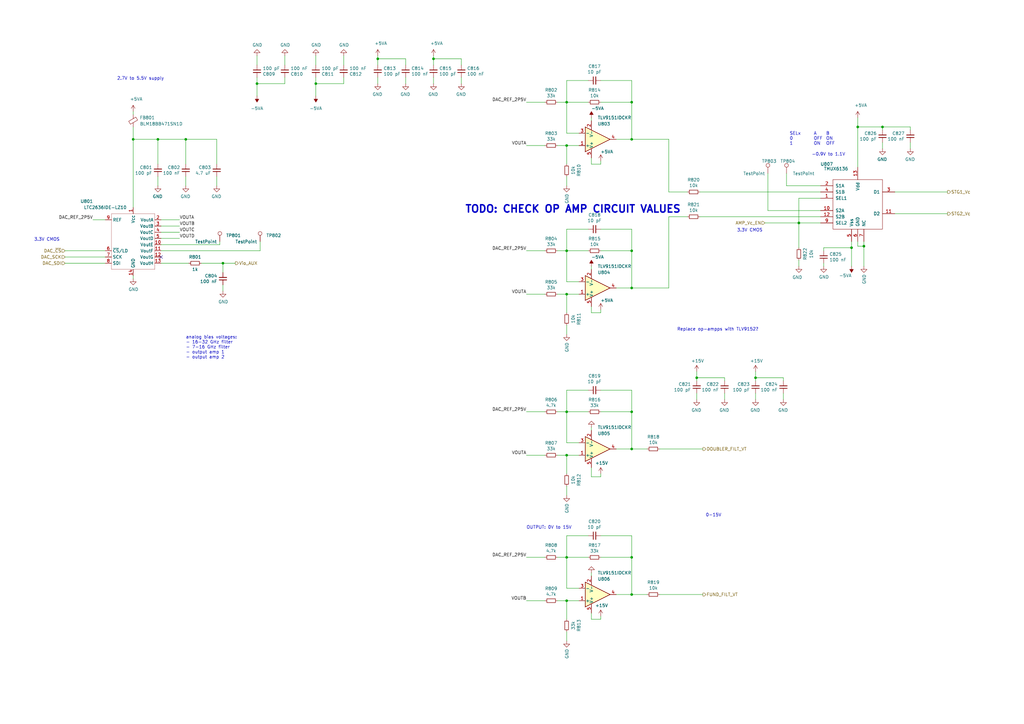
<source format=kicad_sch>
(kicad_sch (version 20211123) (generator eeschema)
  (paper "A3")
  (lib_symbols
    (symbol "Amplifier_Operational:TLV9001IDCK" (pin_names (offset 0.127))
      (property "Reference" "U" (at 7.62 2.54 0))
      (property "Value" "TLV9001IDCK" (at 11.43 -2.54 0))
      (symbol "TLV9001IDCK_0_1"
        (polyline (pts (xy -2.54 5.08) (xy -2.54 -5.08) (xy 7.62 0) (xy -2.54 5.08)) (stroke (width 0.254)) (fill (type background)))
      )
      (symbol "TLV9001IDCK_1_1"
        (pin input line (at -5.08 2.54 0) (length 2.54) (name "+") (number "1"))
        (pin power_in line (at 0 -7.62 90) (length 3.81) (name "V-") (number "2"))
        (pin input line (at -5.08 -2.54 0) (length 2.54) (name "-") (number "3"))
        (pin output line (at 10.16 0 180) (length 2.54) (name "~") (number "4"))
        (pin power_in line (at 0 7.62 270) (length 3.81) (name "V+") (number "5"))
      )
    )
    (symbol "Connector:TestPoint" (pin_numbers hide) (pin_names (offset 0.762) hide)
      (property "Reference" "TP" (at 0 6.858 0))
      (property "Value" "TestPoint" (at 0 5.08 0))
      (symbol "TestPoint_0_1"
        (circle (center 0 3.302) (radius 0.762))
      )
      (symbol "TestPoint_1_1"
        (pin passive line (at 0 0 90) (length 2.54) (name "1") (number "1"))
      )
    )
    (symbol "Device:C_Small" (pin_numbers hide) (pin_names (offset 0.254) hide)
      (property "Reference" "C" (at 0.254 1.778 0))
      (property "Value" "C_Small" (at 0.254 -2.032 0))
      (symbol "C_Small_0_1"
        (polyline (pts (xy -1.524 -0.508) (xy 1.524 -0.508)) (stroke (width 0.3302)))
        (polyline (pts (xy -1.524 0.508) (xy 1.524 0.508)) (stroke (width 0.3048)))
      )
      (symbol "C_Small_1_1"
        (pin passive line (at 0 2.54 270) (length 2.032) (name "~") (number "1"))
        (pin passive line (at 0 -2.54 90) (length 2.032) (name "~") (number "2"))
      )
    )
    (symbol "Device:FerriteBead_Small" (pin_numbers hide) (pin_names (offset 0))
      (property "Reference" "FB" (at 1.905 1.27 0))
      (property "Value" "FerriteBead_Small" (at 1.905 -1.27 0))
      (symbol "FerriteBead_Small_0_1"
        (polyline (pts (xy 0 -1.27) (xy 0 -0.7874)))
        (polyline (pts (xy 0 0.889) (xy 0 1.2954)))
        (polyline (pts (xy -1.8288 0.2794) (xy -1.1176 1.4986) (xy 1.8288 -0.2032) (xy 1.1176 -1.4224) (xy -1.8288 0.2794)))
      )
      (symbol "FerriteBead_Small_1_1"
        (pin passive line (at 0 2.54 270) (length 1.27) (name "~") (number "1"))
        (pin passive line (at 0 -2.54 90) (length 1.27) (name "~") (number "2"))
      )
    )
    (symbol "Device:R_Small" (pin_numbers hide) (pin_names (offset 0.254) hide)
      (property "Reference" "R" (at 0.762 0.508 0))
      (property "Value" "R_Small" (at 0.762 -1.016 0))
      (symbol "R_Small_0_1"
        (rectangle (start -0.762 1.778) (end 0.762 -1.778) (stroke (width 0.2032)))
      )
      (symbol "R_Small_1_1"
        (pin passive line (at 0 2.54 270) (length 0.762) (name "~") (number "1"))
        (pin passive line (at 0 -2.54 90) (length 0.762) (name "~") (number "2"))
      )
    )
    (symbol "jtk_rf:LTC2636IDE-LZ10"
      (property "Reference" "U" (at -15.24 13.97 0))
      (property "Value" "LTC2636IDE-LZ10" (at -10.16 16.51 0))
      (symbol "LTC2636IDE-LZ10_0_1"
        (rectangle (start -8.89 11.43) (end 8.89 -11.43) (stroke (width 0.0006)))
      )
      (symbol "LTC2636IDE-LZ10_1_1"
        (pin power_in line (at 0 13.97 270) (length 2.54) (name "Vcc") (number "1"))
        (pin output line (at 11.43 -1.27 180) (length 2.54) (name "VoutE") (number "10"))
        (pin output line (at 11.43 -3.81 180) (length 2.54) (name "VoutF") (number "11"))
        (pin output line (at 11.43 -6.35 180) (length 2.54) (name "VoutG") (number "12"))
        (pin output line (at 11.43 -8.89 180) (length 2.54) (name "VoutH") (number "13"))
        (pin power_in line (at 0 -13.97 90) (length 2.54) (name "GND") (number "14"))
        (pin passive line (at 0 -13.97 90) (length 2.54) hide (name "EP") (number "15"))
        (pin output line (at 11.43 8.89 180) (length 2.54) (name "VoutA") (number "2"))
        (pin output line (at 11.43 6.35 180) (length 2.54) (name "VoutB") (number "3"))
        (pin output line (at 11.43 3.81 180) (length 2.54) (name "VoutC") (number "4"))
        (pin output line (at 11.43 1.27 180) (length 2.54) (name "VoutD") (number "5"))
        (pin input line (at -11.43 -3.81 0) (length 2.54) (name "~{CS}/LD") (number "6"))
        (pin input line (at -11.43 -6.35 0) (length 2.54) (name "SCK") (number "7"))
        (pin input line (at -11.43 -8.89 0) (length 2.54) (name "SDI") (number "8"))
        (pin input line (at -11.43 8.89 0) (length 2.54) (name "REF") (number "9"))
      )
    )
    (symbol "jtk_rf:TMUX6136" (pin_names (offset 1.016))
      (property "Reference" "U?" (at -12.7 17.78 0))
      (property "Value" "TMUX6136" (at -8.89 15.24 0))
      (symbol "TMUX6136_0_1"
        (rectangle (start -10.16 10.16) (end 10.16 -10.16))
      )
      (symbol "TMUX6136_1_1"
        (pin input line (at -15.24 2.54 0) (length 5.08) (name "SEL1") (number "1"))
        (pin bidirectional line (at -15.24 -2.54 0) (length 5.08) (name "S2A") (number "10"))
        (pin bidirectional line (at 15.24 -3.81 180) (length 5.08) (name "D2") (number "11"))
        (pin bidirectional line (at -15.24 -5.08 0) (length 5.08) (name "S2B") (number "12"))
        (pin power_in line (at 0 15.24 270) (length 5.08) (name "Vdd") (number "13"))
        (pin passive line (at 2.54 -15.24 90) (length 5.08) hide (name "NC") (number "14"))
        (pin passive line (at 2.54 -15.24 90) (length 5.08) hide (name "NC") (number "15"))
        (pin passive line (at 2.54 -15.24 90) (length 5.08) hide (name "NC") (number "16"))
        (pin bidirectional line (at -15.24 7.62 0) (length 5.08) (name "S1A") (number "2"))
        (pin bidirectional line (at 15.24 5.08 180) (length 5.08) (name "D1") (number "3"))
        (pin bidirectional line (at -15.24 5.08 0) (length 5.08) (name "S1B") (number "4"))
        (pin power_in line (at -2.54 -15.24 90) (length 5.08) (name "Vss") (number "5"))
        (pin power_in line (at 0 -15.24 90) (length 5.08) (name "GND") (number "6"))
        (pin passive line (at 2.54 -15.24 90) (length 5.08) (name "NC") (number "7"))
        (pin passive line (at 2.54 -15.24 90) (length 5.08) hide (name "NC") (number "8"))
        (pin input line (at -15.24 -7.62 0) (length 5.08) (name "SEL2") (number "9"))
      )
    )
    (symbol "power:+15V" (power) (pin_names (offset 0))
      (property "Value" "+15V" (at 0 3.556 0))
      (symbol "+15V_0_1"
        (polyline (pts (xy -0.762 1.27) (xy 0 2.54)))
        (polyline (pts (xy 0 0) (xy 0 2.54)))
        (polyline (pts (xy 0 2.54) (xy 0.762 1.27)))
      )
      (symbol "+15V_1_1"
        (pin power_in line (at 0 0 90) (length 0) hide (name "+15V") (number "1"))
      )
    )
    (symbol "power:+5VA" (power) (pin_names (offset 0))
      (property "Value" "+5VA" (at 0 3.556 0))
      (symbol "+5VA_0_1"
        (polyline (pts (xy -0.762 1.27) (xy 0 2.54)))
        (polyline (pts (xy 0 0) (xy 0 2.54)))
        (polyline (pts (xy 0 2.54) (xy 0.762 1.27)))
      )
      (symbol "+5VA_1_1"
        (pin power_in line (at 0 0 90) (length 0) hide (name "+5VA") (number "1"))
      )
    )
    (symbol "power:-5VA" (power) (pin_names (offset 0))
      (property "Value" "-5VA" (at 0 3.81 0))
      (symbol "-5VA_0_0"
        (pin power_in line (at 0 0 90) (length 0) hide (name "-5VA") (number "1"))
      )
      (symbol "-5VA_0_1"
        (polyline (pts (xy 0 0) (xy 0 1.27) (xy 0.762 1.27) (xy 0 2.54) (xy -0.762 1.27) (xy 0 1.27)) (fill (type outline)))
      )
    )
    (symbol "power:GND" (power) (pin_names (offset 0))
      (property "Value" "GND" (at 0 -3.81 0))
      (symbol "GND_0_1"
        (polyline (pts (xy 0 0) (xy 0 -1.27) (xy 1.27 -1.27) (xy 0 -2.54) (xy -1.27 -1.27) (xy 0 -1.27)))
      )
      (symbol "GND_1_1"
        (pin power_in line (at 0 0 270) (length 0) hide (name "GND") (number "1"))
      )
    )
  )
  (junction (at 232.41 120.65) (diameter 0.9144))
  (junction (at 105.41 34.29) (diameter 0.9144))
  (junction (at 76.2 57.15) (diameter 0.9144))
  (junction (at 177.8 24.13) (diameter 0.9144))
  (junction (at 232.41 102.87) (diameter 0.9144))
  (junction (at 154.94 24.13) (diameter 0.9144))
  (junction (at 354.33 100.965) (diameter 0.9144))
  (junction (at 232.41 186.69) (diameter 0.9144))
  (junction (at 361.95 52.07) (diameter 0.9144))
  (junction (at 91.44 107.95) (diameter 0.9144))
  (junction (at 259.08 243.84) (diameter 0.9144))
  (junction (at 327.66 91.44) (diameter 0.9144))
  (junction (at 259.08 184.15) (diameter 0.9144))
  (junction (at 232.41 59.69) (diameter 0.9144))
  (junction (at 54.61 57.15) (diameter 0.9144))
  (junction (at 259.08 41.91) (diameter 0.9144))
  (junction (at 285.75 154.94) (diameter 0.9144))
  (junction (at 309.88 154.94) (diameter 0.9144))
  (junction (at 64.77 57.15) (diameter 0.9144))
  (junction (at 351.79 52.07) (diameter 0.9144))
  (junction (at 232.41 228.6) (diameter 0.9144))
  (junction (at 259.08 57.15) (diameter 0.9144))
  (junction (at 232.41 246.38) (diameter 0.9144))
  (junction (at 232.41 41.91) (diameter 0.9144))
  (junction (at 232.41 168.91) (diameter 0.9144))
  (junction (at 349.25 101.6) (diameter 0.9144))
  (junction (at 259.08 228.6) (diameter 0.9144))
  (junction (at 259.08 118.11) (diameter 0.9144))
  (junction (at 259.08 168.91) (diameter 0.9144))
  (junction (at 259.08 102.87) (diameter 0.9144))
  (junction (at 129.54 34.29) (diameter 0.9144))
  (no_connect (at 66.04 105.41))
  (wire (pts (xy 297.18 161.29) (xy 297.18 163.83)))
  (wire (pts (xy 105.41 34.29) (xy 116.84 34.29)))
  (wire (pts (xy 66.04 100.33) (xy 90.17 100.33)))
  (wire (pts (xy 90.17 100.33) (xy 90.17 99.06)))
  (wire (pts (xy 259.08 243.84) (xy 265.43 243.84)))
  (wire (pts (xy 177.8 31.75) (xy 177.8 34.29)))
  (wire (pts (xy 259.08 219.71) (xy 259.08 228.6)))
  (wire (pts (xy 309.88 154.94) (xy 309.88 156.21)))
  (wire (pts (xy 242.57 191.77) (xy 242.57 195.58)))
  (wire (pts (xy 246.38 194.31) (xy 246.38 195.58)))
  (wire (pts (xy 246.38 195.58) (xy 242.57 195.58)))
  (wire (pts (xy 259.08 118.11) (xy 274.32 118.11)))
  (wire (pts (xy 321.31 154.94) (xy 321.31 156.21)))
  (wire (pts (xy 242.57 128.27) (xy 242.57 125.73)))
  (wire (pts (xy 246.38 127) (xy 246.38 128.27)))
  (wire (pts (xy 246.38 128.27) (xy 242.57 128.27)))
  (wire (pts (xy 129.54 26.67) (xy 129.54 22.86)))
  (wire (pts (xy 66.04 102.87) (xy 106.68 102.87)))
  (wire (pts (xy 106.68 102.87) (xy 106.68 99.06)))
  (wire (pts (xy 285.75 154.94) (xy 285.75 156.21)))
  (wire (pts (xy 105.41 34.29) (xy 105.41 39.37)))
  (wire (pts (xy 140.97 34.29) (xy 140.97 31.75)))
  (wire (pts (xy 105.41 31.75) (xy 105.41 34.29)))
  (wire (pts (xy 349.25 99.06) (xy 349.25 101.6)))
  (wire (pts (xy 349.25 101.6) (xy 349.25 109.22)))
  (wire (pts (xy 154.94 31.75) (xy 154.94 34.29)))
  (wire (pts (xy 91.44 116.84) (xy 91.44 119.38)))
  (wire (pts (xy 259.08 118.11) (xy 252.73 118.11)))
  (wire (pts (xy 64.77 72.39) (xy 64.77 76.2)))
  (wire (pts (xy 228.6 41.91) (xy 232.41 41.91)))
  (wire (pts (xy 309.88 152.4) (xy 309.88 154.94)))
  (wire (pts (xy 367.03 78.74) (xy 388.62 78.74)))
  (wire (pts (xy 76.2 67.31) (xy 76.2 57.15)))
  (wire (pts (xy 274.32 57.15) (xy 274.32 78.74)))
  (wire (pts (xy 26.67 107.95) (xy 43.18 107.95)))
  (wire (pts (xy 215.9 168.91) (xy 223.52 168.91)))
  (wire (pts (xy 241.3 228.6) (xy 232.41 228.6)))
  (wire (pts (xy 54.61 113.03) (xy 54.61 114.3)))
  (wire (pts (xy 246.38 33.02) (xy 259.08 33.02)))
  (wire (pts (xy 259.08 57.15) (xy 274.32 57.15)))
  (wire (pts (xy 246.38 160.02) (xy 259.08 160.02)))
  (wire (pts (xy 327.66 91.44) (xy 313.69 91.44)))
  (wire (pts (xy 232.41 219.71) (xy 232.41 228.6)))
  (wire (pts (xy 246.38 168.91) (xy 259.08 168.91)))
  (wire (pts (xy 367.03 87.63) (xy 388.62 87.63)))
  (wire (pts (xy 246.38 102.87) (xy 259.08 102.87)))
  (wire (pts (xy 26.67 102.87) (xy 43.18 102.87)))
  (wire (pts (xy 76.2 76.2) (xy 76.2 72.39)))
  (wire (pts (xy 223.52 59.69) (xy 215.9 59.69)))
  (wire (pts (xy 232.41 181.61) (xy 237.49 181.61)))
  (wire (pts (xy 237.49 246.38) (xy 232.41 246.38)))
  (wire (pts (xy 241.3 219.71) (xy 232.41 219.71)))
  (wire (pts (xy 232.41 72.39) (xy 232.41 76.2)))
  (wire (pts (xy 215.9 228.6) (xy 223.52 228.6)))
  (wire (pts (xy 270.51 243.84) (xy 288.29 243.84)))
  (wire (pts (xy 246.38 93.98) (xy 259.08 93.98)))
  (wire (pts (xy 361.95 58.42) (xy 361.95 60.96)))
  (wire (pts (xy 116.84 34.29) (xy 116.84 31.75)))
  (wire (pts (xy 232.41 115.57) (xy 237.49 115.57)))
  (wire (pts (xy 88.9 72.39) (xy 88.9 76.2)))
  (wire (pts (xy 327.66 81.28) (xy 327.66 91.44)))
  (wire (pts (xy 223.52 246.38) (xy 215.9 246.38)))
  (wire (pts (xy 241.3 102.87) (xy 232.41 102.87)))
  (wire (pts (xy 232.41 93.98) (xy 232.41 102.87)))
  (wire (pts (xy 129.54 31.75) (xy 129.54 34.29)))
  (wire (pts (xy 154.94 22.86) (xy 154.94 24.13)))
  (wire (pts (xy 154.94 24.13) (xy 154.94 26.67)))
  (wire (pts (xy 232.41 133.35) (xy 232.41 137.16)))
  (wire (pts (xy 246.38 41.91) (xy 259.08 41.91)))
  (wire (pts (xy 215.9 41.91) (xy 223.52 41.91)))
  (wire (pts (xy 66.04 95.25) (xy 73.66 95.25)))
  (wire (pts (xy 105.41 26.67) (xy 105.41 22.86)))
  (wire (pts (xy 259.08 228.6) (xy 259.08 243.84)))
  (wire (pts (xy 228.6 228.6) (xy 232.41 228.6)))
  (wire (pts (xy 232.41 194.31) (xy 232.41 186.69)))
  (wire (pts (xy 189.23 31.75) (xy 189.23 34.29)))
  (wire (pts (xy 232.41 259.08) (xy 232.41 262.89)))
  (wire (pts (xy 116.84 26.67) (xy 116.84 22.86)))
  (wire (pts (xy 242.57 109.22) (xy 242.57 110.49)))
  (wire (pts (xy 327.66 91.44) (xy 327.66 101.6)))
  (wire (pts (xy 232.41 168.91) (xy 232.41 181.61)))
  (wire (pts (xy 259.08 168.91) (xy 259.08 184.15)))
  (wire (pts (xy 76.2 57.15) (xy 88.9 57.15)))
  (wire (pts (xy 88.9 57.15) (xy 88.9 67.31)))
  (wire (pts (xy 259.08 93.98) (xy 259.08 102.87)))
  (wire (pts (xy 259.08 184.15) (xy 265.43 184.15)))
  (wire (pts (xy 140.97 26.67) (xy 140.97 22.86)))
  (wire (pts (xy 322.58 76.2) (xy 322.58 71.12)))
  (wire (pts (xy 336.55 76.2) (xy 322.58 76.2)))
  (wire (pts (xy 373.38 58.42) (xy 373.38 60.96)))
  (wire (pts (xy 232.41 33.02) (xy 232.41 41.91)))
  (wire (pts (xy 54.61 52.07) (xy 54.61 57.15)))
  (wire (pts (xy 337.82 101.6) (xy 349.25 101.6)))
  (wire (pts (xy 337.82 102.87) (xy 337.82 101.6)))
  (wire (pts (xy 241.3 93.98) (xy 232.41 93.98)))
  (wire (pts (xy 246.38 228.6) (xy 259.08 228.6)))
  (wire (pts (xy 177.8 24.13) (xy 177.8 26.67)))
  (wire (pts (xy 154.94 24.13) (xy 166.37 24.13)))
  (wire (pts (xy 361.95 52.07) (xy 373.38 52.07)))
  (wire (pts (xy 354.33 99.06) (xy 354.33 100.965)))
  (wire (pts (xy 354.33 100.965) (xy 354.33 109.22)))
  (wire (pts (xy 228.6 102.87) (xy 232.41 102.87)))
  (wire (pts (xy 242.57 234.95) (xy 242.57 236.22)))
  (wire (pts (xy 241.3 33.02) (xy 232.41 33.02)))
  (wire (pts (xy 242.57 254) (xy 246.38 254)))
  (wire (pts (xy 189.23 24.13) (xy 189.23 26.67)))
  (wire (pts (xy 314.96 86.36) (xy 314.96 71.12)))
  (wire (pts (xy 336.55 86.36) (xy 314.96 86.36)))
  (wire (pts (xy 232.41 41.91) (xy 232.41 54.61)))
  (wire (pts (xy 337.82 107.95) (xy 337.82 109.22)))
  (wire (pts (xy 232.41 120.65) (xy 228.6 120.65)))
  (wire (pts (xy 26.67 105.41) (xy 43.18 105.41)))
  (wire (pts (xy 223.52 186.69) (xy 215.9 186.69)))
  (wire (pts (xy 66.04 90.17) (xy 73.66 90.17)))
  (wire (pts (xy 241.3 41.91) (xy 232.41 41.91)))
  (wire (pts (xy 91.44 107.95) (xy 96.52 107.95)))
  (wire (pts (xy 242.57 175.26) (xy 242.57 176.53)))
  (wire (pts (xy 223.52 120.65) (xy 215.9 120.65)))
  (wire (pts (xy 166.37 24.13) (xy 166.37 26.67)))
  (wire (pts (xy 237.49 120.65) (xy 232.41 120.65)))
  (wire (pts (xy 54.61 45.72) (xy 54.61 46.99)))
  (wire (pts (xy 237.49 59.69) (xy 232.41 59.69)))
  (wire (pts (xy 232.41 160.02) (xy 232.41 168.91)))
  (wire (pts (xy 246.38 252.73) (xy 246.38 254)))
  (wire (pts (xy 232.41 246.38) (xy 228.6 246.38)))
  (wire (pts (xy 259.08 57.15) (xy 252.73 57.15)))
  (wire (pts (xy 285.75 152.4) (xy 285.75 154.94)))
  (wire (pts (xy 285.75 161.29) (xy 285.75 163.83)))
  (wire (pts (xy 232.41 254) (xy 232.41 246.38)))
  (wire (pts (xy 327.66 81.28) (xy 336.55 81.28)))
  (wire (pts (xy 351.79 52.07) (xy 361.95 52.07)))
  (wire (pts (xy 66.04 97.79) (xy 73.66 97.79)))
  (wire (pts (xy 242.57 48.26) (xy 242.57 49.53)))
  (wire (pts (xy 177.8 22.86) (xy 177.8 24.13)))
  (wire (pts (xy 373.38 52.07) (xy 373.38 53.34)))
  (wire (pts (xy 242.57 251.46) (xy 242.57 254)))
  (wire (pts (xy 287.02 88.9) (xy 336.55 88.9)))
  (wire (pts (xy 274.32 78.74) (xy 281.94 78.74)))
  (wire (pts (xy 309.88 154.94) (xy 321.31 154.94)))
  (wire (pts (xy 361.95 52.07) (xy 361.95 53.34)))
  (wire (pts (xy 241.3 168.91) (xy 232.41 168.91)))
  (wire (pts (xy 321.31 161.29) (xy 321.31 163.83)))
  (wire (pts (xy 351.79 99.06) (xy 351.79 100.965)))
  (wire (pts (xy 351.79 100.965) (xy 354.33 100.965)))
  (wire (pts (xy 259.08 243.84) (xy 252.73 243.84)))
  (wire (pts (xy 259.08 33.02) (xy 259.08 41.91)))
  (wire (pts (xy 66.04 92.71) (xy 73.66 92.71)))
  (wire (pts (xy 232.41 228.6) (xy 232.41 241.3)))
  (wire (pts (xy 242.57 67.31) (xy 242.57 64.77)))
  (wire (pts (xy 246.38 66.04) (xy 246.38 67.31)))
  (wire (pts (xy 246.38 67.31) (xy 242.57 67.31)))
  (wire (pts (xy 287.02 78.74) (xy 336.55 78.74)))
  (wire (pts (xy 177.8 24.13) (xy 189.23 24.13)))
  (wire (pts (xy 351.79 48.26) (xy 351.79 52.07)))
  (wire (pts (xy 274.32 88.9) (xy 281.94 88.9)))
  (wire (pts (xy 327.66 106.68) (xy 327.66 109.22)))
  (wire (pts (xy 232.41 102.87) (xy 232.41 115.57)))
  (wire (pts (xy 66.04 107.95) (xy 77.47 107.95)))
  (wire (pts (xy 82.55 107.95) (xy 91.44 107.95)))
  (wire (pts (xy 91.44 107.95) (xy 91.44 111.76)))
  (wire (pts (xy 351.79 52.07) (xy 351.79 68.58)))
  (wire (pts (xy 129.54 34.29) (xy 129.54 39.37)))
  (wire (pts (xy 228.6 168.91) (xy 232.41 168.91)))
  (wire (pts (xy 38.1 90.17) (xy 43.18 90.17)))
  (wire (pts (xy 274.32 88.9) (xy 274.32 118.11)))
  (wire (pts (xy 327.66 91.44) (xy 336.55 91.44)))
  (wire (pts (xy 259.08 41.91) (xy 259.08 57.15)))
  (wire (pts (xy 232.41 199.39) (xy 232.41 203.2)))
  (wire (pts (xy 259.08 102.87) (xy 259.08 118.11)))
  (wire (pts (xy 232.41 241.3) (xy 237.49 241.3)))
  (wire (pts (xy 285.75 154.94) (xy 297.18 154.94)))
  (wire (pts (xy 297.18 154.94) (xy 297.18 156.21)))
  (wire (pts (xy 129.54 34.29) (xy 140.97 34.29)))
  (wire (pts (xy 76.2 57.15) (xy 64.77 57.15)))
  (wire (pts (xy 237.49 186.69) (xy 232.41 186.69)))
  (wire (pts (xy 270.51 184.15) (xy 288.29 184.15)))
  (wire (pts (xy 64.77 67.31) (xy 64.77 57.15)))
  (wire (pts (xy 232.41 186.69) (xy 228.6 186.69)))
  (wire (pts (xy 166.37 31.75) (xy 166.37 34.29)))
  (wire (pts (xy 246.38 219.71) (xy 259.08 219.71)))
  (wire (pts (xy 252.73 184.15) (xy 259.08 184.15)))
  (wire (pts (xy 241.3 160.02) (xy 232.41 160.02)))
  (wire (pts (xy 54.61 57.15) (xy 54.61 85.09)))
  (wire (pts (xy 64.77 57.15) (xy 54.61 57.15)))
  (wire (pts (xy 232.41 59.69) (xy 228.6 59.69)))
  (wire (pts (xy 232.41 67.31) (xy 232.41 59.69)))
  (wire (pts (xy 232.41 128.27) (xy 232.41 120.65)))
  (wire (pts (xy 259.08 160.02) (xy 259.08 168.91)))
  (wire (pts (xy 232.41 54.61) (xy 237.49 54.61)))
  (wire (pts (xy 215.9 102.87) (xy 223.52 102.87)))
  (wire (pts (xy 309.88 161.29) (xy 309.88 163.83)))
  (text "analog bias voltages:\n- 16-32 GHz filter\n- 7-16 GHz filter\n- output amp 1\n- output amp 2" (at 76.2 147.32 0) (effects (font (size 1.27 1.27)) (justify left bottom)))
  (text "3.3V CMOS" (at 13.97 99.06 0) (effects (font (size 1.27 1.27)) (justify left bottom)))
  (text "TODO: CHECK OP AMP CIRCUIT VALUES" (at 279.4 87.63 180) (effects (font (size 3 3) (thickness 0.6) bold) (justify right bottom)))
  (text "-0.9V to 1.1V" (at 346.71 64.135 180) (effects (font (size 1.27 1.27)) (justify right bottom)))
  (text "0-15V" (at 295.91 212.09 180) (effects (font (size 1.27 1.27)) (justify right bottom)))
  (text "2.7V to 5.5V supply" (at 67.31 33.02 180) (effects (font (size 1.27 1.27)) (justify right bottom)))
  (text "Replace op-ampps with TLV9152?" (at 311.15 135.89 180) (effects (font (size 1.27 1.27)) (justify right bottom)))
  (text "SELx	A	B\n0		OFF	ON\n1		ON	OFF" (at 323.85 59.69 0) (effects (font (size 1.27 1.27)) (justify left bottom)))
  (text "3.3V CMOS" (at 302.26 95.25 0) (effects (font (size 1.27 1.27)) (justify left bottom)))
  (text "OUTPUT: 0V to 15V" (at 215.9 217.17 0) (effects (font (size 1.27 1.27)) (justify left bottom)))
  (label "DAC_REF_2P5V" (at 215.9 102.87 180))
  (label "VOUTA" (at 215.9 120.65 180))
  (label "DAC_REF_2P5V" (at 215.9 168.91 180))
  (label "VOUTA" (at 215.9 186.69 180))
  (label "VOUTB" (at 215.9 246.38 180))
  (label "DAC_REF_2P5V" (at 215.9 228.6 180))
  (label "VOUTC" (at 73.66 95.25 0))
  (label "VOUTB" (at 73.66 92.71 0))
  (label "VOUTA" (at 73.66 90.17 0))
  (label "VOUTD" (at 73.66 97.79 0))
  (label "DAC_REF_2P5V" (at 38.1 90.17 180))
  (label "VOUTA" (at 215.9 59.69 180))
  (label "DAC_REF_2P5V" (at 215.9 41.91 180))
  (hierarchical_label "DAC_SCK" (shape input) (at 26.67 105.41 180))
  (hierarchical_label "DOUBLER_FILT_VT" (shape output) (at 288.29 184.15 0))
  (hierarchical_label "AMP_Vc_EN" (shape input) (at 313.69 91.44 180))
  (hierarchical_label "STG2_Vc" (shape output) (at 388.62 87.63 0))
  (hierarchical_label "STG1_Vc" (shape output) (at 388.62 78.74 0))
  (hierarchical_label "FUND_FILT_VT" (shape output) (at 288.29 243.84 0))
  (hierarchical_label "Vio_AUX" (shape output) (at 96.52 107.95 0))
  (hierarchical_label "DAC_SDI" (shape input) (at 26.67 107.95 180))
  (hierarchical_label "DAC_~{CS}" (shape input) (at 26.67 102.87 180))
  (symbol (lib_id "Amplifier_Operational:TLV9001IDCK") (at 242.57 57.15 0) (mirror x) (unit 1)
    (property "Reference" "U803" (at 245.11 50.8 0) (effects (justify left)))
    (property "Value" "TLV9151IDCKR" (at 245.11 48.26 0) (effects (justify left)))
    (property "Footprint" "Package_TO_SOT_SMD:SOT-353_SC-70-5" (effects hide))
    (property "Datasheet" "https://www.ti.com/lit/ds/symlink/tlv9001.pdf" (effects hide))
  )
  (symbol (lib_id "Device:C_Small") (at 373.38 55.88 0) (mirror x) (unit 1)
    (property "Reference" "C827" (at 371.0432 54.7116 0) (effects (justify right)))
    (property "Value" "100 nF" (at 371.0432 57.023 0) (effects (justify right)))
    (property "Footprint" "Capacitor_SMD:C_0402_1005Metric" (effects hide))
  )
  (symbol (lib_id "power:GND") (at 297.18 163.83 0) (mirror y) (unit 1)
    (property "Reference" "#PWR0839" (effects hide))
    (property "Value" "GND" (at 297.053 168.2242 0))
  )
  (symbol (lib_id "power:GND") (at 129.54 22.86 0) (mirror x) (unit 1)
    (property "Reference" "#PWR0816" (effects hide))
    (property "Value" "GND" (at 129.667 18.4658 0))
  )
  (symbol (lib_id "Device:C_Small") (at 321.31 158.75 0) (mirror x) (unit 1)
    (property "Reference" "C824" (at 318.9732 157.5816 0) (effects (justify right)))
    (property "Value" "100 nF" (at 318.9732 159.893 0) (effects (justify right)))
    (property "Footprint" "Capacitor_SMD:C_0402_1005Metric" (effects hide))
  )
  (symbol (lib_id "Device:C_Small") (at 154.94 29.21 180) (unit 1)
    (property "Reference" "C813" (at 157.2768 28.0416 0) (effects (justify right)))
    (property "Value" "100 pF" (at 157.2768 30.353 0) (effects (justify right)))
    (property "Footprint" "Capacitor_SMD:C_0402_1005Metric" (effects hide))
  )
  (symbol (lib_id "Device:C_Small") (at 88.9 69.85 0) (mirror x) (unit 1)
    (property "Reference" "C803" (at 86.5632 68.6816 0) (effects (justify right)))
    (property "Value" "4.7 uF" (at 86.5632 70.993 0) (effects (justify right)))
    (property "Footprint" "Capacitor_SMD:C_0402_1005Metric" (effects hide))
  )
  (symbol (lib_id "power:GND") (at 242.57 234.95 180) (unit 1)
    (property "Reference" "#PWR0832" (effects hide))
    (property "Value" "GND" (effects hide))
  )
  (symbol (lib_id "Device:R_Small") (at 226.06 186.69 270) (unit 1)
    (property "Reference" "R807" (at 226.06 181.7116 90))
    (property "Value" "33k" (at 226.06 184.023 90))
    (property "Footprint" "Resistor_SMD:R_0402_1005Metric" (effects hide))
  )
  (symbol (lib_id "Device:C_Small") (at 140.97 29.21 0) (mirror y) (unit 1)
    (property "Reference" "C812" (at 143.3068 30.3784 0) (effects (justify right)))
    (property "Value" "100 nF" (at 143.3068 28.067 0) (effects (justify right)))
    (property "Footprint" "Capacitor_SMD:C_0402_1005Metric" (effects hide))
  )
  (symbol (lib_id "power:-5VA") (at 129.54 39.37 180) (unit 1)
    (property "Reference" "#PWR0817" (effects hide))
    (property "Value" "-5VA" (at 129.54 44.45 0))
  )
  (symbol (lib_id "power:GND") (at 54.61 114.3 0) (unit 1)
    (property "Reference" "#PWR0802" (effects hide))
    (property "Value" "GND" (at 54.737 118.6942 0))
  )
  (symbol (lib_id "Device:C_Small") (at 189.23 29.21 180) (unit 1)
    (property "Reference" "C816" (at 191.5668 28.0416 0) (effects (justify right)))
    (property "Value" "100 nF" (at 191.5668 30.353 0) (effects (justify right)))
    (property "Footprint" "Capacitor_SMD:C_0402_1005Metric" (effects hide))
  )
  (symbol (lib_id "Device:R_Small") (at 243.84 168.91 270) (unit 1)
    (property "Reference" "R816" (at 243.84 163.9316 90))
    (property "Value" "33k" (at 243.84 166.243 90))
    (property "Footprint" "Resistor_SMD:R_0402_1005Metric" (effects hide))
  )
  (symbol (lib_id "power:GND") (at 76.2 76.2 0) (mirror y) (unit 1)
    (property "Reference" "#PWR0804" (effects hide))
    (property "Value" "GND" (at 76.073 80.5942 0))
  )
  (symbol (lib_id "power:GND") (at 361.95 60.96 0) (mirror y) (unit 1)
    (property "Reference" "#PWR0848" (effects hide))
    (property "Value" "GND" (at 361.823 65.3542 0))
  )
  (symbol (lib_id "Device:R_Small") (at 243.84 102.87 270) (unit 1)
    (property "Reference" "R815" (at 243.84 97.8916 90))
    (property "Value" "10k" (at 243.84 100.203 90))
    (property "Footprint" "Resistor_SMD:R_0402_1005Metric" (effects hide))
  )
  (symbol (lib_id "power:GND") (at 232.41 137.16 0) (unit 1)
    (property "Reference" "#PWR0826" (effects hide))
    (property "Value" "GND" (at 232.537 140.4112 90) (effects (justify right)))
  )
  (symbol (lib_id "Device:C_Small") (at 105.41 29.21 0) (mirror y) (unit 1)
    (property "Reference" "C809" (at 107.7468 30.3784 0) (effects (justify right)))
    (property "Value" "100 pF" (at 107.7468 28.067 0) (effects (justify right)))
    (property "Footprint" "Capacitor_SMD:C_0402_1005Metric" (effects hide))
  )
  (symbol (lib_id "Device:R_Small") (at 226.06 228.6 270) (unit 1)
    (property "Reference" "R808" (at 226.06 223.6216 90))
    (property "Value" "4.7k" (at 226.06 225.933 90))
    (property "Footprint" "Resistor_SMD:R_0402_1005Metric" (effects hide))
  )
  (symbol (lib_id "Device:C_Small") (at 243.84 219.71 90) (unit 1)
    (property "Reference" "C820" (at 243.84 213.8934 90))
    (property "Value" "10 pF" (at 243.84 216.2048 90))
    (property "Footprint" "Capacitor_SMD:C_0402_1005Metric" (effects hide))
  )
  (symbol (lib_id "Amplifier_Operational:TLV9001IDCK") (at 242.57 184.15 0) (mirror x) (unit 1)
    (property "Reference" "U805" (at 245.11 177.8 0) (effects (justify left)))
    (property "Value" "TLV9151IDCKR" (at 245.11 175.26 0) (effects (justify left)))
    (property "Footprint" "Package_TO_SOT_SMD:SOT-353_SC-70-5" (effects hide))
    (property "Datasheet" "https://www.ti.com/lit/ds/symlink/tlv9001.pdf" (effects hide))
  )
  (symbol (lib_id "Device:R_Small") (at 267.97 184.15 270) (unit 1)
    (property "Reference" "R818" (at 267.97 179.1716 90))
    (property "Value" "10k" (at 267.97 181.483 90))
    (property "Footprint" "Resistor_SMD:R_0402_1005Metric" (effects hide))
  )
  (symbol (lib_id "power:-5VA") (at 242.57 48.26 0) (unit 1)
    (property "Reference" "#PWR0829" (effects hide))
    (property "Value" "-5VA" (at 245.11 44.45 0))
  )
  (symbol (lib_id "Connector:TestPoint") (at 90.17 99.06 0) (unit 1)
    (property "Reference" "TP801" (at 92.71 96.5834 0) (effects (justify left)))
    (property "Value" "TestPoint" (at 80.01 99.1234 0) (effects (justify left)))
    (property "Footprint" "TestPoint:TestPoint_Pad_D1.5mm" (effects hide))
  )
  (symbol (lib_id "power:GND") (at 64.77 76.2 0) (mirror y) (unit 1)
    (property "Reference" "#PWR0803" (effects hide))
    (property "Value" "GND" (at 64.643 80.5942 0))
  )
  (symbol (lib_id "Device:R_Small") (at 232.41 256.54 180) (unit 1)
    (property "Reference" "R813" (at 237.3884 256.54 90))
    (property "Value" "33k" (at 235.077 256.54 90))
    (property "Footprint" "Resistor_SMD:R_0402_1005Metric" (effects hide))
  )
  (symbol (lib_id "power:GND") (at 154.94 34.29 0) (mirror y) (unit 1)
    (property "Reference" "#PWR0820" (effects hide))
    (property "Value" "GND" (at 154.813 38.6842 0))
  )
  (symbol (lib_id "Device:C_Small") (at 337.82 105.41 180) (unit 1)
    (property "Reference" "C825" (at 340.1568 104.2416 0) (effects (justify right)))
    (property "Value" "100 nF" (at 340.1568 106.553 0) (effects (justify right)))
    (property "Footprint" "Capacitor_SMD:C_0402_1005Metric" (effects hide))
  )
  (symbol (lib_id "power:-5VA") (at 349.25 109.22 180) (unit 1)
    (property "Reference" "#PWR0845" (effects hide))
    (property "Value" "-5VA" (at 346.71 113.03 0))
  )
  (symbol (lib_id "Amplifier_Operational:TLV9001IDCK") (at 242.57 118.11 0) (mirror x) (unit 1)
    (property "Reference" "U804" (at 245.11 111.76 0) (effects (justify left)))
    (property "Value" "TLV9151IDCKR" (at 245.11 109.22 0) (effects (justify left)))
    (property "Footprint" "Package_TO_SOT_SMD:SOT-353_SC-70-5" (effects hide))
    (property "Datasheet" "https://www.ti.com/lit/ds/symlink/tlv9001.pdf" (effects hide))
  )
  (symbol (lib_id "power:GND") (at 354.33 109.22 0) (unit 1)
    (property "Reference" "#PWR0847" (effects hide))
    (property "Value" "GND" (at 354.457 112.4712 90) (effects (justify right)))
  )
  (symbol (lib_id "Device:C_Small") (at 243.84 160.02 90) (unit 1)
    (property "Reference" "C819" (at 243.84 154.2034 90))
    (property "Value" "10 pF" (at 243.84 156.5148 90))
    (property "Footprint" "Capacitor_SMD:C_0402_1005Metric" (effects hide))
  )
  (symbol (lib_id "Device:R_Small") (at 232.41 69.85 180) (unit 1)
    (property "Reference" "R810" (at 237.3884 69.85 90))
    (property "Value" "10k" (at 235.077 69.85 90))
    (property "Footprint" "Resistor_SMD:R_0402_1005Metric" (effects hide))
  )
  (symbol (lib_id "jtk_rf:TMUX6136") (at 351.79 83.82 0) (unit 1)
    (property "Reference" "U807" (at 339.09 67.31 0))
    (property "Value" "TMUX6136" (at 342.9 69.215 0))
    (property "Footprint" "Package_SO:TSSOP-16_4.4x5mm_P0.65mm" (effects hide))
    (property "Datasheet" "https://www.ti.com/lit/ds/symlink/tmux6136.pdf" (effects hide))
  )
  (symbol (lib_id "power:+15V") (at 246.38 252.73 0) (unit 1)
    (property "Reference" "#PWR0836" (effects hide))
    (property "Value" "+15V" (at 246.761 248.3358 0))
  )
  (symbol (lib_id "Device:R_Small") (at 226.06 120.65 270) (unit 1)
    (property "Reference" "R805" (at 226.06 115.6716 90))
    (property "Value" "33k" (at 226.06 117.983 90))
    (property "Footprint" "Resistor_SMD:R_0402_1005Metric" (effects hide))
  )
  (symbol (lib_id "Connector:TestPoint") (at 106.68 99.06 0) (unit 1)
    (property "Reference" "TP802" (at 109.22 96.5834 0) (effects (justify left)))
    (property "Value" "TestPoint" (at 96.52 99.1234 0) (effects (justify left)))
    (property "Footprint" "TestPoint:TestPoint_Pad_D1.5mm" (effects hide))
  )
  (symbol (lib_id "power:GND") (at 177.8 34.29 0) (mirror y) (unit 1)
    (property "Reference" "#PWR0823" (effects hide))
    (property "Value" "GND" (at 177.673 38.6842 0))
  )
  (symbol (lib_id "Device:R_Small") (at 226.06 102.87 270) (unit 1)
    (property "Reference" "R804" (at 226.06 97.8916 90))
    (property "Value" "33k" (at 226.06 100.203 90))
    (property "Footprint" "Resistor_SMD:R_0402_1005Metric" (effects hide))
  )
  (symbol (lib_id "power:-5VA") (at 105.41 39.37 180) (unit 1)
    (property "Reference" "#PWR0814" (effects hide))
    (property "Value" "-5VA" (at 105.41 44.45 0))
  )
  (symbol (lib_id "power:+15V") (at 285.75 152.4 0) (unit 1)
    (property "Reference" "#PWR0837" (effects hide))
    (property "Value" "+15V" (at 286.131 148.0058 0))
  )
  (symbol (lib_id "Device:C_Small") (at 297.18 158.75 0) (mirror x) (unit 1)
    (property "Reference" "C822" (at 294.8432 157.5816 0) (effects (justify right)))
    (property "Value" "100 nF" (at 294.8432 159.893 0) (effects (justify right)))
    (property "Footprint" "Capacitor_SMD:C_0402_1005Metric" (effects hide))
  )
  (symbol (lib_id "power:GND") (at 337.82 109.22 0) (unit 1)
    (property "Reference" "#PWR0844" (effects hide))
    (property "Value" "GND" (at 337.947 113.6142 0))
  )
  (symbol (lib_id "power:+5VA") (at 351.79 48.26 0) (unit 1)
    (property "Reference" "#PWR0846" (effects hide))
    (property "Value" "+5VA" (at 353.06 43.18 0))
  )
  (symbol (lib_id "power:+5VA") (at 177.8 22.86 0) (unit 1)
    (property "Reference" "#PWR0822" (effects hide))
    (property "Value" "+5VA" (at 179.07 17.78 0))
  )
  (symbol (lib_id "power:GND") (at 232.41 203.2 0) (unit 1)
    (property "Reference" "#PWR0827" (effects hide))
    (property "Value" "GND" (at 232.537 206.4512 90) (effects (justify right)))
  )
  (symbol (lib_id "Connector:TestPoint") (at 314.96 71.12 0) (unit 1)
    (property "Reference" "TP803" (at 312.42 66.1034 0) (effects (justify left)))
    (property "Value" "TestPoint" (at 304.8 71.1834 0) (effects (justify left)))
    (property "Footprint" "TestPoint:TestPoint_Pad_D1.5mm" (effects hide))
  )
  (symbol (lib_id "power:+5VA") (at 154.94 22.86 0) (unit 1)
    (property "Reference" "#PWR0819" (effects hide))
    (property "Value" "+5VA" (at 156.21 17.78 0))
  )
  (symbol (lib_id "power:-5VA") (at 242.57 109.22 0) (unit 1)
    (property "Reference" "#PWR0830" (effects hide))
    (property "Value" "-5VA" (at 245.11 105.41 0))
  )
  (symbol (lib_id "power:+5VA") (at 54.61 45.72 0) (unit 1)
    (property "Reference" "#PWR0801" (effects hide))
    (property "Value" "+5VA" (at 55.88 40.64 0))
  )
  (symbol (lib_id "Device:R_Small") (at 243.84 228.6 270) (unit 1)
    (property "Reference" "R817" (at 243.84 223.6216 90))
    (property "Value" "33k" (at 243.84 225.933 90))
    (property "Footprint" "Resistor_SMD:R_0402_1005Metric" (effects hide))
  )
  (symbol (lib_id "Device:R_Small") (at 284.48 78.74 270) (unit 1)
    (property "Reference" "R820" (at 284.48 73.7616 90))
    (property "Value" "10k" (at 284.48 76.073 90))
    (property "Footprint" "Resistor_SMD:R_0402_1005Metric" (effects hide))
  )
  (symbol (lib_id "power:GND") (at 321.31 163.83 0) (mirror y) (unit 1)
    (property "Reference" "#PWR0842" (effects hide))
    (property "Value" "GND" (at 321.183 168.2242 0))
  )
  (symbol (lib_id "jtk_rf:LTC2636IDE-LZ10") (at 54.61 99.06 0) (unit 1)
    (property "Reference" "U801" (at 35.56 82.55 0))
    (property "Value" "LTC2636IDE-LZ10" (at 43.18 85.09 0))
    (property "Footprint" "Package_DFN_QFN:DFN-14-1EP_3x4mm_P0.5mm_EP1.7x3.3mm" (effects hide))
    (property "Datasheet" "https://www.analog.com/media/en/technical-documentation/data-sheets/ltc2636.pdf" (effects hide))
    (property "mfg" "Analog Devices" (effects hide))
    (property "mpn" "LTC2636-LZ10" (effects hide))
    (property "digikey#" "LTC2636IDE-LZ10#PBF-ND" (effects hide))
  )
  (symbol (lib_id "power:+15V") (at 246.38 194.31 0) (unit 1)
    (property "Reference" "#PWR0835" (effects hide))
    (property "Value" "+15V" (at 246.761 189.9158 0))
  )
  (symbol (lib_id "Device:C_Small") (at 76.2 69.85 0) (mirror x) (unit 1)
    (property "Reference" "C802" (at 73.8632 68.6816 0) (effects (justify right)))
    (property "Value" "100 nF" (at 73.8632 70.993 0) (effects (justify right)))
    (property "Footprint" "Capacitor_SMD:C_0402_1005Metric" (effects hide))
  )
  (symbol (lib_id "Amplifier_Operational:TLV9001IDCK") (at 242.57 243.84 0) (mirror x) (unit 1)
    (property "Reference" "U806" (at 245.11 237.49 0) (effects (justify left)))
    (property "Value" "TLV9151IDCKR" (at 245.11 234.95 0) (effects (justify left)))
    (property "Footprint" "Package_TO_SOT_SMD:SOT-353_SC-70-5" (effects hide))
    (property "Datasheet" "https://www.ti.com/lit/ds/symlink/tlv9001.pdf" (effects hide))
  )
  (symbol (lib_id "power:GND") (at 189.23 34.29 0) (mirror y) (unit 1)
    (property "Reference" "#PWR0824" (effects hide))
    (property "Value" "GND" (at 189.103 38.6842 0))
  )
  (symbol (lib_id "Device:C_Small") (at 91.44 114.3 0) (mirror x) (unit 1)
    (property "Reference" "C804" (at 89.1032 113.1316 0) (effects (justify right)))
    (property "Value" "100 nF" (at 89.1032 115.443 0) (effects (justify right)))
    (property "Footprint" "Capacitor_SMD:C_0402_1005Metric" (effects hide))
  )
  (symbol (lib_id "power:GND") (at 166.37 34.29 0) (mirror y) (unit 1)
    (property "Reference" "#PWR0821" (effects hide))
    (property "Value" "GND" (at 166.243 38.6842 0))
  )
  (symbol (lib_id "Device:C_Small") (at 243.84 93.98 90) (unit 1)
    (property "Reference" "C818" (at 243.84 88.1634 90))
    (property "Value" "10 pF" (at 243.84 90.4748 90))
    (property "Footprint" "Capacitor_SMD:C_0402_1005Metric" (effects hide))
  )
  (symbol (lib_id "power:GND") (at 373.38 60.96 0) (mirror y) (unit 1)
    (property "Reference" "#PWR0849" (effects hide))
    (property "Value" "GND" (at 373.253 65.3542 0))
  )
  (symbol (lib_id "Device:C_Small") (at 129.54 29.21 0) (mirror y) (unit 1)
    (property "Reference" "C811" (at 131.8768 30.3784 0) (effects (justify right)))
    (property "Value" "100 pF" (at 131.8768 28.067 0) (effects (justify right)))
    (property "Footprint" "Capacitor_SMD:C_0402_1005Metric" (effects hide))
  )
  (symbol (lib_id "power:GND") (at 91.44 119.38 0) (unit 1)
    (property "Reference" "#PWR0808" (effects hide))
    (property "Value" "GND" (at 91.567 123.7742 0))
  )
  (symbol (lib_id "Device:C_Small") (at 285.75 158.75 0) (mirror x) (unit 1)
    (property "Reference" "C821" (at 283.4132 157.5816 0) (effects (justify right)))
    (property "Value" "100 pF" (at 283.4132 159.893 0) (effects (justify right)))
    (property "Footprint" "Capacitor_SMD:C_0402_1005Metric" (effects hide))
  )
  (symbol (lib_id "power:+15V") (at 309.88 152.4 0) (unit 1)
    (property "Reference" "#PWR0840" (effects hide))
    (property "Value" "+15V" (at 310.261 148.0058 0))
  )
  (symbol (lib_id "power:GND") (at 309.88 163.83 0) (mirror y) (unit 1)
    (property "Reference" "#PWR0841" (effects hide))
    (property "Value" "GND" (at 309.753 168.2242 0))
  )
  (symbol (lib_id "power:GND") (at 88.9 76.2 0) (mirror y) (unit 1)
    (property "Reference" "#PWR0807" (effects hide))
    (property "Value" "GND" (at 88.773 80.5942 0))
  )
  (symbol (lib_id "Device:C_Small") (at 309.88 158.75 0) (mirror x) (unit 1)
    (property "Reference" "C823" (at 307.5432 157.5816 0) (effects (justify right)))
    (property "Value" "100 pF" (at 307.5432 159.893 0) (effects (justify right)))
    (property "Footprint" "Capacitor_SMD:C_0402_1005Metric" (effects hide))
  )
  (symbol (lib_id "Device:R_Small") (at 232.41 196.85 180) (unit 1)
    (property "Reference" "R812" (at 237.3884 196.85 90))
    (property "Value" "10k" (at 235.077 196.85 90))
    (property "Footprint" "Resistor_SMD:R_0402_1005Metric" (effects hide))
  )
  (symbol (lib_id "Device:R_Small") (at 284.48 88.9 270) (unit 1)
    (property "Reference" "R821" (at 284.48 83.9216 90))
    (property "Value" "10k" (at 284.48 86.233 90))
    (property "Footprint" "Resistor_SMD:R_0402_1005Metric" (effects hide))
  )
  (symbol (lib_id "Device:C_Small") (at 177.8 29.21 180) (unit 1)
    (property "Reference" "C815" (at 180.1368 28.0416 0) (effects (justify right)))
    (property "Value" "100 pF" (at 180.1368 30.353 0) (effects (justify right)))
    (property "Footprint" "Capacitor_SMD:C_0402_1005Metric" (effects hide))
  )
  (symbol (lib_id "power:GND") (at 116.84 22.86 0) (mirror x) (unit 1)
    (property "Reference" "#PWR0815" (effects hide))
    (property "Value" "GND" (at 116.967 18.4658 0))
  )
  (symbol (lib_id "Device:R_Small") (at 243.84 41.91 270) (unit 1)
    (property "Reference" "R814" (at 243.84 36.9316 90))
    (property "Value" "10k" (at 243.84 39.243 90))
    (property "Footprint" "Resistor_SMD:R_0402_1005Metric" (effects hide))
  )
  (symbol (lib_id "Device:R_Small") (at 226.06 246.38 270) (unit 1)
    (property "Reference" "R809" (at 226.06 241.4016 90))
    (property "Value" "4.7k" (at 226.06 243.713 90))
    (property "Footprint" "Resistor_SMD:R_0402_1005Metric" (effects hide))
  )
  (symbol (lib_id "Device:R_Small") (at 226.06 59.69 270) (unit 1)
    (property "Reference" "R803" (at 226.06 54.7116 90))
    (property "Value" "33k" (at 226.06 57.023 90))
    (property "Footprint" "Resistor_SMD:R_0402_1005Metric" (effects hide))
  )
  (symbol (lib_id "power:GND") (at 327.66 109.22 0) (unit 1)
    (property "Reference" "#PWR0843" (effects hide))
    (property "Value" "GND" (at 329.057 113.7412 0) (effects (justify right)))
  )
  (symbol (lib_id "Device:FerriteBead_Small") (at 54.61 49.53 0) (mirror y) (unit 1)
    (property "Reference" "FB801" (at 63.5 48.26 0) (effects (justify left)))
    (property "Value" "BLM18BB471SN1D" (at 74.93 50.8 0) (effects (justify left)))
    (property "Footprint" "Inductor_SMD:L_0603_1608Metric" (effects hide))
  )
  (symbol (lib_id "Device:R_Small") (at 267.97 243.84 270) (unit 1)
    (property "Reference" "R819" (at 267.97 238.8616 90))
    (property "Value" "10k" (at 267.97 241.173 90))
    (property "Footprint" "Resistor_SMD:R_0402_1005Metric" (effects hide))
  )
  (symbol (lib_id "power:GND") (at 285.75 163.83 0) (mirror y) (unit 1)
    (property "Reference" "#PWR0838" (effects hide))
    (property "Value" "GND" (at 285.623 168.2242 0))
  )
  (symbol (lib_id "Device:C_Small") (at 361.95 55.88 0) (mirror x) (unit 1)
    (property "Reference" "C826" (at 359.6132 54.7116 0) (effects (justify right)))
    (property "Value" "100 pF" (at 359.6132 57.023 0) (effects (justify right)))
    (property "Footprint" "Capacitor_SMD:C_0402_1005Metric" (effects hide))
  )
  (symbol (lib_id "Device:C_Small") (at 116.84 29.21 0) (mirror y) (unit 1)
    (property "Reference" "C810" (at 119.1768 30.3784 0) (effects (justify right)))
    (property "Value" "100 nF" (at 119.1768 28.067 0) (effects (justify right)))
    (property "Footprint" "Capacitor_SMD:C_0402_1005Metric" (effects hide))
  )
  (symbol (lib_id "Device:R_Small") (at 226.06 41.91 270) (unit 1)
    (property "Reference" "R802" (at 226.06 36.9316 90))
    (property "Value" "33k" (at 226.06 39.243 90))
    (property "Footprint" "Resistor_SMD:R_0402_1005Metric" (effects hide))
  )
  (symbol (lib_id "power:GND") (at 105.41 22.86 0) (mirror x) (unit 1)
    (property "Reference" "#PWR0813" (effects hide))
    (property "Value" "GND" (at 105.537 18.4658 0))
  )
  (symbol (lib_id "Device:R_Small") (at 226.06 168.91 270) (unit 1)
    (property "Reference" "R806" (at 226.06 163.9316 90))
    (property "Value" "4.7k" (at 226.06 166.243 90))
    (property "Footprint" "Resistor_SMD:R_0402_1005Metric" (effects hide))
  )
  (symbol (lib_id "power:GND") (at 140.97 22.86 0) (mirror x) (unit 1)
    (property "Reference" "#PWR0818" (effects hide))
    (property "Value" "GND" (at 141.097 18.4658 0))
  )
  (symbol (lib_id "power:GND") (at 232.41 262.89 0) (unit 1)
    (property "Reference" "#PWR0828" (effects hide))
    (property "Value" "GND" (at 232.537 266.1412 90) (effects (justify right)))
  )
  (symbol (lib_id "power:GND") (at 232.41 76.2 0) (unit 1)
    (property "Reference" "#PWR0825" (effects hide))
    (property "Value" "GND" (at 232.537 79.4512 90) (effects (justify right)))
  )
  (symbol (lib_id "power:+5VA") (at 246.38 66.04 0) (unit 1)
    (property "Reference" "#PWR0833" (effects hide))
    (property "Value" "+5VA" (at 248.92 62.23 0))
  )
  (symbol (lib_id "Device:C_Small") (at 243.84 33.02 90) (unit 1)
    (property "Reference" "C817" (at 243.84 27.2034 90))
    (property "Value" "10 pF" (at 243.84 29.5148 90))
    (property "Footprint" "Capacitor_SMD:C_0402_1005Metric" (effects hide))
  )
  (symbol (lib_id "Device:R_Small") (at 80.01 107.95 90) (unit 1)
    (property "Reference" "R801" (at 80.01 105.41 90))
    (property "Value" "1k" (at 80.01 110.49 90))
    (property "Footprint" "Resistor_SMD:R_0402_1005Metric" (effects hide))
  )
  (symbol (lib_id "Device:R_Small") (at 327.66 104.14 0) (unit 1)
    (property "Reference" "R822" (at 330.2 104.14 90))
    (property "Value" "10k" (at 332.74 104.14 90))
    (property "Footprint" "Resistor_SMD:R_0402_1005Metric" (effects hide))
  )
  (symbol (lib_id "Device:C_Small") (at 166.37 29.21 180) (unit 1)
    (property "Reference" "C814" (at 168.7068 28.0416 0) (effects (justify right)))
    (property "Value" "100 nF" (at 168.7068 30.353 0) (effects (justify right)))
    (property "Footprint" "Capacitor_SMD:C_0402_1005Metric" (effects hide))
  )
  (symbol (lib_id "Device:R_Small") (at 232.41 130.81 180) (unit 1)
    (property "Reference" "R811" (at 237.3884 130.81 90))
    (property "Value" "10k" (at 235.077 130.81 90))
    (property "Footprint" "Resistor_SMD:R_0402_1005Metric" (effects hide))
  )
  (symbol (lib_id "power:GND") (at 242.57 175.26 180) (unit 1)
    (property "Reference" "#PWR0831" (effects hide))
    (property "Value" "GND" (effects hide))
  )
  (symbol (lib_id "power:+5VA") (at 246.38 127 0) (unit 1)
    (property "Reference" "#PWR0834" (effects hide))
    (property "Value" "+5VA" (at 248.92 123.19 0))
  )
  (symbol (lib_id "Device:C_Small") (at 64.77 69.85 0) (mirror x) (unit 1)
    (property "Reference" "C801" (at 62.4332 68.6816 0) (effects (justify right)))
    (property "Value" "100 pF" (at 62.4332 70.993 0) (effects (justify right)))
    (property "Footprint" "Capacitor_SMD:C_0402_1005Metric" (effects hide))
  )
  (symbol (lib_id "Connector:TestPoint") (at 322.58 71.12 0) (unit 1)
    (property "Reference" "TP804" (at 320.04 66.1034 0) (effects (justify left)))
    (property "Value" "TestPoint" (at 325.12 71.1834 0) (effects (justify left)))
    (property "Footprint" "TestPoint:TestPoint_Pad_D1.5mm" (effects hide))
  )
)
</source>
